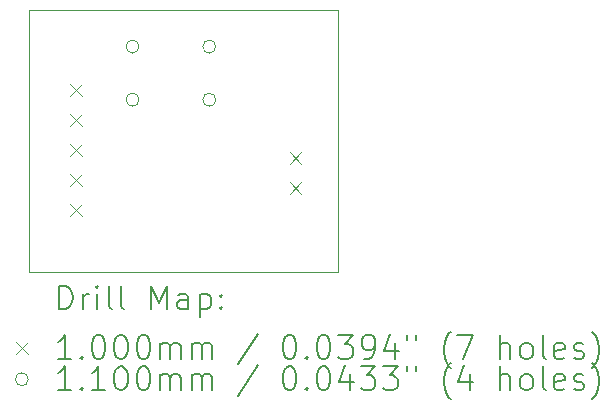
<source format=gbr>
%TF.GenerationSoftware,KiCad,Pcbnew,9.0.3*%
%TF.CreationDate,2025-11-22T12:30:59+05:30*%
%TF.ProjectId,multilayer trial,6d756c74-696c-4617-9965-722074726961,rev?*%
%TF.SameCoordinates,Original*%
%TF.FileFunction,Drillmap*%
%TF.FilePolarity,Positive*%
%FSLAX45Y45*%
G04 Gerber Fmt 4.5, Leading zero omitted, Abs format (unit mm)*
G04 Created by KiCad (PCBNEW 9.0.3) date 2025-11-22 12:30:59*
%MOMM*%
%LPD*%
G01*
G04 APERTURE LIST*
%ADD10C,0.050000*%
%ADD11C,0.200000*%
%ADD12C,0.100000*%
%ADD13C,0.110000*%
G04 APERTURE END LIST*
D10*
X10420000Y-7980000D02*
X13040000Y-7980000D01*
X13040000Y-10200000D01*
X10420000Y-10200000D01*
X10420000Y-7980000D01*
D11*
D12*
X10770000Y-8608000D02*
X10870000Y-8708000D01*
X10870000Y-8608000D02*
X10770000Y-8708000D01*
X10770000Y-8862000D02*
X10870000Y-8962000D01*
X10870000Y-8862000D02*
X10770000Y-8962000D01*
X10770000Y-9116000D02*
X10870000Y-9216000D01*
X10870000Y-9116000D02*
X10770000Y-9216000D01*
X10770000Y-9370000D02*
X10870000Y-9470000D01*
X10870000Y-9370000D02*
X10770000Y-9470000D01*
X10770000Y-9624000D02*
X10870000Y-9724000D01*
X10870000Y-9624000D02*
X10770000Y-9724000D01*
X12630000Y-9182500D02*
X12730000Y-9282500D01*
X12730000Y-9182500D02*
X12630000Y-9282500D01*
X12630000Y-9436500D02*
X12730000Y-9536500D01*
X12730000Y-9436500D02*
X12630000Y-9536500D01*
D13*
X11355000Y-8290000D02*
G75*
G02*
X11245000Y-8290000I-55000J0D01*
G01*
X11245000Y-8290000D02*
G75*
G02*
X11355000Y-8290000I55000J0D01*
G01*
X11355000Y-8740000D02*
G75*
G02*
X11245000Y-8740000I-55000J0D01*
G01*
X11245000Y-8740000D02*
G75*
G02*
X11355000Y-8740000I55000J0D01*
G01*
X12005000Y-8290000D02*
G75*
G02*
X11895000Y-8290000I-55000J0D01*
G01*
X11895000Y-8290000D02*
G75*
G02*
X12005000Y-8290000I55000J0D01*
G01*
X12005000Y-8740000D02*
G75*
G02*
X11895000Y-8740000I-55000J0D01*
G01*
X11895000Y-8740000D02*
G75*
G02*
X12005000Y-8740000I55000J0D01*
G01*
D11*
X10678277Y-10513984D02*
X10678277Y-10313984D01*
X10678277Y-10313984D02*
X10725896Y-10313984D01*
X10725896Y-10313984D02*
X10754467Y-10323508D01*
X10754467Y-10323508D02*
X10773515Y-10342555D01*
X10773515Y-10342555D02*
X10783039Y-10361603D01*
X10783039Y-10361603D02*
X10792563Y-10399698D01*
X10792563Y-10399698D02*
X10792563Y-10428270D01*
X10792563Y-10428270D02*
X10783039Y-10466365D01*
X10783039Y-10466365D02*
X10773515Y-10485412D01*
X10773515Y-10485412D02*
X10754467Y-10504460D01*
X10754467Y-10504460D02*
X10725896Y-10513984D01*
X10725896Y-10513984D02*
X10678277Y-10513984D01*
X10878277Y-10513984D02*
X10878277Y-10380650D01*
X10878277Y-10418746D02*
X10887801Y-10399698D01*
X10887801Y-10399698D02*
X10897324Y-10390174D01*
X10897324Y-10390174D02*
X10916372Y-10380650D01*
X10916372Y-10380650D02*
X10935420Y-10380650D01*
X11002086Y-10513984D02*
X11002086Y-10380650D01*
X11002086Y-10313984D02*
X10992563Y-10323508D01*
X10992563Y-10323508D02*
X11002086Y-10333031D01*
X11002086Y-10333031D02*
X11011610Y-10323508D01*
X11011610Y-10323508D02*
X11002086Y-10313984D01*
X11002086Y-10313984D02*
X11002086Y-10333031D01*
X11125896Y-10513984D02*
X11106848Y-10504460D01*
X11106848Y-10504460D02*
X11097324Y-10485412D01*
X11097324Y-10485412D02*
X11097324Y-10313984D01*
X11230658Y-10513984D02*
X11211610Y-10504460D01*
X11211610Y-10504460D02*
X11202086Y-10485412D01*
X11202086Y-10485412D02*
X11202086Y-10313984D01*
X11459229Y-10513984D02*
X11459229Y-10313984D01*
X11459229Y-10313984D02*
X11525896Y-10456841D01*
X11525896Y-10456841D02*
X11592562Y-10313984D01*
X11592562Y-10313984D02*
X11592562Y-10513984D01*
X11773515Y-10513984D02*
X11773515Y-10409222D01*
X11773515Y-10409222D02*
X11763991Y-10390174D01*
X11763991Y-10390174D02*
X11744943Y-10380650D01*
X11744943Y-10380650D02*
X11706848Y-10380650D01*
X11706848Y-10380650D02*
X11687801Y-10390174D01*
X11773515Y-10504460D02*
X11754467Y-10513984D01*
X11754467Y-10513984D02*
X11706848Y-10513984D01*
X11706848Y-10513984D02*
X11687801Y-10504460D01*
X11687801Y-10504460D02*
X11678277Y-10485412D01*
X11678277Y-10485412D02*
X11678277Y-10466365D01*
X11678277Y-10466365D02*
X11687801Y-10447317D01*
X11687801Y-10447317D02*
X11706848Y-10437793D01*
X11706848Y-10437793D02*
X11754467Y-10437793D01*
X11754467Y-10437793D02*
X11773515Y-10428270D01*
X11868753Y-10380650D02*
X11868753Y-10580650D01*
X11868753Y-10390174D02*
X11887801Y-10380650D01*
X11887801Y-10380650D02*
X11925896Y-10380650D01*
X11925896Y-10380650D02*
X11944943Y-10390174D01*
X11944943Y-10390174D02*
X11954467Y-10399698D01*
X11954467Y-10399698D02*
X11963991Y-10418746D01*
X11963991Y-10418746D02*
X11963991Y-10475889D01*
X11963991Y-10475889D02*
X11954467Y-10494936D01*
X11954467Y-10494936D02*
X11944943Y-10504460D01*
X11944943Y-10504460D02*
X11925896Y-10513984D01*
X11925896Y-10513984D02*
X11887801Y-10513984D01*
X11887801Y-10513984D02*
X11868753Y-10504460D01*
X12049705Y-10494936D02*
X12059229Y-10504460D01*
X12059229Y-10504460D02*
X12049705Y-10513984D01*
X12049705Y-10513984D02*
X12040182Y-10504460D01*
X12040182Y-10504460D02*
X12049705Y-10494936D01*
X12049705Y-10494936D02*
X12049705Y-10513984D01*
X12049705Y-10390174D02*
X12059229Y-10399698D01*
X12059229Y-10399698D02*
X12049705Y-10409222D01*
X12049705Y-10409222D02*
X12040182Y-10399698D01*
X12040182Y-10399698D02*
X12049705Y-10390174D01*
X12049705Y-10390174D02*
X12049705Y-10409222D01*
D12*
X10317500Y-10792500D02*
X10417500Y-10892500D01*
X10417500Y-10792500D02*
X10317500Y-10892500D01*
D11*
X10783039Y-10933984D02*
X10668753Y-10933984D01*
X10725896Y-10933984D02*
X10725896Y-10733984D01*
X10725896Y-10733984D02*
X10706848Y-10762555D01*
X10706848Y-10762555D02*
X10687801Y-10781603D01*
X10687801Y-10781603D02*
X10668753Y-10791127D01*
X10868753Y-10914936D02*
X10878277Y-10924460D01*
X10878277Y-10924460D02*
X10868753Y-10933984D01*
X10868753Y-10933984D02*
X10859229Y-10924460D01*
X10859229Y-10924460D02*
X10868753Y-10914936D01*
X10868753Y-10914936D02*
X10868753Y-10933984D01*
X11002086Y-10733984D02*
X11021134Y-10733984D01*
X11021134Y-10733984D02*
X11040182Y-10743508D01*
X11040182Y-10743508D02*
X11049705Y-10753031D01*
X11049705Y-10753031D02*
X11059229Y-10772079D01*
X11059229Y-10772079D02*
X11068753Y-10810174D01*
X11068753Y-10810174D02*
X11068753Y-10857793D01*
X11068753Y-10857793D02*
X11059229Y-10895889D01*
X11059229Y-10895889D02*
X11049705Y-10914936D01*
X11049705Y-10914936D02*
X11040182Y-10924460D01*
X11040182Y-10924460D02*
X11021134Y-10933984D01*
X11021134Y-10933984D02*
X11002086Y-10933984D01*
X11002086Y-10933984D02*
X10983039Y-10924460D01*
X10983039Y-10924460D02*
X10973515Y-10914936D01*
X10973515Y-10914936D02*
X10963991Y-10895889D01*
X10963991Y-10895889D02*
X10954467Y-10857793D01*
X10954467Y-10857793D02*
X10954467Y-10810174D01*
X10954467Y-10810174D02*
X10963991Y-10772079D01*
X10963991Y-10772079D02*
X10973515Y-10753031D01*
X10973515Y-10753031D02*
X10983039Y-10743508D01*
X10983039Y-10743508D02*
X11002086Y-10733984D01*
X11192562Y-10733984D02*
X11211610Y-10733984D01*
X11211610Y-10733984D02*
X11230658Y-10743508D01*
X11230658Y-10743508D02*
X11240182Y-10753031D01*
X11240182Y-10753031D02*
X11249705Y-10772079D01*
X11249705Y-10772079D02*
X11259229Y-10810174D01*
X11259229Y-10810174D02*
X11259229Y-10857793D01*
X11259229Y-10857793D02*
X11249705Y-10895889D01*
X11249705Y-10895889D02*
X11240182Y-10914936D01*
X11240182Y-10914936D02*
X11230658Y-10924460D01*
X11230658Y-10924460D02*
X11211610Y-10933984D01*
X11211610Y-10933984D02*
X11192562Y-10933984D01*
X11192562Y-10933984D02*
X11173515Y-10924460D01*
X11173515Y-10924460D02*
X11163991Y-10914936D01*
X11163991Y-10914936D02*
X11154467Y-10895889D01*
X11154467Y-10895889D02*
X11144944Y-10857793D01*
X11144944Y-10857793D02*
X11144944Y-10810174D01*
X11144944Y-10810174D02*
X11154467Y-10772079D01*
X11154467Y-10772079D02*
X11163991Y-10753031D01*
X11163991Y-10753031D02*
X11173515Y-10743508D01*
X11173515Y-10743508D02*
X11192562Y-10733984D01*
X11383039Y-10733984D02*
X11402086Y-10733984D01*
X11402086Y-10733984D02*
X11421134Y-10743508D01*
X11421134Y-10743508D02*
X11430658Y-10753031D01*
X11430658Y-10753031D02*
X11440182Y-10772079D01*
X11440182Y-10772079D02*
X11449705Y-10810174D01*
X11449705Y-10810174D02*
X11449705Y-10857793D01*
X11449705Y-10857793D02*
X11440182Y-10895889D01*
X11440182Y-10895889D02*
X11430658Y-10914936D01*
X11430658Y-10914936D02*
X11421134Y-10924460D01*
X11421134Y-10924460D02*
X11402086Y-10933984D01*
X11402086Y-10933984D02*
X11383039Y-10933984D01*
X11383039Y-10933984D02*
X11363991Y-10924460D01*
X11363991Y-10924460D02*
X11354467Y-10914936D01*
X11354467Y-10914936D02*
X11344943Y-10895889D01*
X11344943Y-10895889D02*
X11335420Y-10857793D01*
X11335420Y-10857793D02*
X11335420Y-10810174D01*
X11335420Y-10810174D02*
X11344943Y-10772079D01*
X11344943Y-10772079D02*
X11354467Y-10753031D01*
X11354467Y-10753031D02*
X11363991Y-10743508D01*
X11363991Y-10743508D02*
X11383039Y-10733984D01*
X11535420Y-10933984D02*
X11535420Y-10800650D01*
X11535420Y-10819698D02*
X11544943Y-10810174D01*
X11544943Y-10810174D02*
X11563991Y-10800650D01*
X11563991Y-10800650D02*
X11592563Y-10800650D01*
X11592563Y-10800650D02*
X11611610Y-10810174D01*
X11611610Y-10810174D02*
X11621134Y-10829222D01*
X11621134Y-10829222D02*
X11621134Y-10933984D01*
X11621134Y-10829222D02*
X11630658Y-10810174D01*
X11630658Y-10810174D02*
X11649705Y-10800650D01*
X11649705Y-10800650D02*
X11678277Y-10800650D01*
X11678277Y-10800650D02*
X11697324Y-10810174D01*
X11697324Y-10810174D02*
X11706848Y-10829222D01*
X11706848Y-10829222D02*
X11706848Y-10933984D01*
X11802086Y-10933984D02*
X11802086Y-10800650D01*
X11802086Y-10819698D02*
X11811610Y-10810174D01*
X11811610Y-10810174D02*
X11830658Y-10800650D01*
X11830658Y-10800650D02*
X11859229Y-10800650D01*
X11859229Y-10800650D02*
X11878277Y-10810174D01*
X11878277Y-10810174D02*
X11887801Y-10829222D01*
X11887801Y-10829222D02*
X11887801Y-10933984D01*
X11887801Y-10829222D02*
X11897324Y-10810174D01*
X11897324Y-10810174D02*
X11916372Y-10800650D01*
X11916372Y-10800650D02*
X11944943Y-10800650D01*
X11944943Y-10800650D02*
X11963991Y-10810174D01*
X11963991Y-10810174D02*
X11973515Y-10829222D01*
X11973515Y-10829222D02*
X11973515Y-10933984D01*
X12363991Y-10724460D02*
X12192563Y-10981603D01*
X12621134Y-10733984D02*
X12640182Y-10733984D01*
X12640182Y-10733984D02*
X12659229Y-10743508D01*
X12659229Y-10743508D02*
X12668753Y-10753031D01*
X12668753Y-10753031D02*
X12678277Y-10772079D01*
X12678277Y-10772079D02*
X12687801Y-10810174D01*
X12687801Y-10810174D02*
X12687801Y-10857793D01*
X12687801Y-10857793D02*
X12678277Y-10895889D01*
X12678277Y-10895889D02*
X12668753Y-10914936D01*
X12668753Y-10914936D02*
X12659229Y-10924460D01*
X12659229Y-10924460D02*
X12640182Y-10933984D01*
X12640182Y-10933984D02*
X12621134Y-10933984D01*
X12621134Y-10933984D02*
X12602086Y-10924460D01*
X12602086Y-10924460D02*
X12592563Y-10914936D01*
X12592563Y-10914936D02*
X12583039Y-10895889D01*
X12583039Y-10895889D02*
X12573515Y-10857793D01*
X12573515Y-10857793D02*
X12573515Y-10810174D01*
X12573515Y-10810174D02*
X12583039Y-10772079D01*
X12583039Y-10772079D02*
X12592563Y-10753031D01*
X12592563Y-10753031D02*
X12602086Y-10743508D01*
X12602086Y-10743508D02*
X12621134Y-10733984D01*
X12773515Y-10914936D02*
X12783039Y-10924460D01*
X12783039Y-10924460D02*
X12773515Y-10933984D01*
X12773515Y-10933984D02*
X12763991Y-10924460D01*
X12763991Y-10924460D02*
X12773515Y-10914936D01*
X12773515Y-10914936D02*
X12773515Y-10933984D01*
X12906848Y-10733984D02*
X12925896Y-10733984D01*
X12925896Y-10733984D02*
X12944944Y-10743508D01*
X12944944Y-10743508D02*
X12954467Y-10753031D01*
X12954467Y-10753031D02*
X12963991Y-10772079D01*
X12963991Y-10772079D02*
X12973515Y-10810174D01*
X12973515Y-10810174D02*
X12973515Y-10857793D01*
X12973515Y-10857793D02*
X12963991Y-10895889D01*
X12963991Y-10895889D02*
X12954467Y-10914936D01*
X12954467Y-10914936D02*
X12944944Y-10924460D01*
X12944944Y-10924460D02*
X12925896Y-10933984D01*
X12925896Y-10933984D02*
X12906848Y-10933984D01*
X12906848Y-10933984D02*
X12887801Y-10924460D01*
X12887801Y-10924460D02*
X12878277Y-10914936D01*
X12878277Y-10914936D02*
X12868753Y-10895889D01*
X12868753Y-10895889D02*
X12859229Y-10857793D01*
X12859229Y-10857793D02*
X12859229Y-10810174D01*
X12859229Y-10810174D02*
X12868753Y-10772079D01*
X12868753Y-10772079D02*
X12878277Y-10753031D01*
X12878277Y-10753031D02*
X12887801Y-10743508D01*
X12887801Y-10743508D02*
X12906848Y-10733984D01*
X13040182Y-10733984D02*
X13163991Y-10733984D01*
X13163991Y-10733984D02*
X13097325Y-10810174D01*
X13097325Y-10810174D02*
X13125896Y-10810174D01*
X13125896Y-10810174D02*
X13144944Y-10819698D01*
X13144944Y-10819698D02*
X13154467Y-10829222D01*
X13154467Y-10829222D02*
X13163991Y-10848270D01*
X13163991Y-10848270D02*
X13163991Y-10895889D01*
X13163991Y-10895889D02*
X13154467Y-10914936D01*
X13154467Y-10914936D02*
X13144944Y-10924460D01*
X13144944Y-10924460D02*
X13125896Y-10933984D01*
X13125896Y-10933984D02*
X13068753Y-10933984D01*
X13068753Y-10933984D02*
X13049706Y-10924460D01*
X13049706Y-10924460D02*
X13040182Y-10914936D01*
X13259229Y-10933984D02*
X13297325Y-10933984D01*
X13297325Y-10933984D02*
X13316372Y-10924460D01*
X13316372Y-10924460D02*
X13325896Y-10914936D01*
X13325896Y-10914936D02*
X13344944Y-10886365D01*
X13344944Y-10886365D02*
X13354467Y-10848270D01*
X13354467Y-10848270D02*
X13354467Y-10772079D01*
X13354467Y-10772079D02*
X13344944Y-10753031D01*
X13344944Y-10753031D02*
X13335420Y-10743508D01*
X13335420Y-10743508D02*
X13316372Y-10733984D01*
X13316372Y-10733984D02*
X13278277Y-10733984D01*
X13278277Y-10733984D02*
X13259229Y-10743508D01*
X13259229Y-10743508D02*
X13249706Y-10753031D01*
X13249706Y-10753031D02*
X13240182Y-10772079D01*
X13240182Y-10772079D02*
X13240182Y-10819698D01*
X13240182Y-10819698D02*
X13249706Y-10838746D01*
X13249706Y-10838746D02*
X13259229Y-10848270D01*
X13259229Y-10848270D02*
X13278277Y-10857793D01*
X13278277Y-10857793D02*
X13316372Y-10857793D01*
X13316372Y-10857793D02*
X13335420Y-10848270D01*
X13335420Y-10848270D02*
X13344944Y-10838746D01*
X13344944Y-10838746D02*
X13354467Y-10819698D01*
X13525896Y-10800650D02*
X13525896Y-10933984D01*
X13478277Y-10724460D02*
X13430658Y-10867317D01*
X13430658Y-10867317D02*
X13554467Y-10867317D01*
X13621134Y-10733984D02*
X13621134Y-10772079D01*
X13697325Y-10733984D02*
X13697325Y-10772079D01*
X13992563Y-11010174D02*
X13983039Y-11000650D01*
X13983039Y-11000650D02*
X13963991Y-10972079D01*
X13963991Y-10972079D02*
X13954468Y-10953031D01*
X13954468Y-10953031D02*
X13944944Y-10924460D01*
X13944944Y-10924460D02*
X13935420Y-10876841D01*
X13935420Y-10876841D02*
X13935420Y-10838746D01*
X13935420Y-10838746D02*
X13944944Y-10791127D01*
X13944944Y-10791127D02*
X13954468Y-10762555D01*
X13954468Y-10762555D02*
X13963991Y-10743508D01*
X13963991Y-10743508D02*
X13983039Y-10714936D01*
X13983039Y-10714936D02*
X13992563Y-10705412D01*
X14049706Y-10733984D02*
X14183039Y-10733984D01*
X14183039Y-10733984D02*
X14097325Y-10933984D01*
X14411610Y-10933984D02*
X14411610Y-10733984D01*
X14497325Y-10933984D02*
X14497325Y-10829222D01*
X14497325Y-10829222D02*
X14487801Y-10810174D01*
X14487801Y-10810174D02*
X14468753Y-10800650D01*
X14468753Y-10800650D02*
X14440182Y-10800650D01*
X14440182Y-10800650D02*
X14421134Y-10810174D01*
X14421134Y-10810174D02*
X14411610Y-10819698D01*
X14621134Y-10933984D02*
X14602087Y-10924460D01*
X14602087Y-10924460D02*
X14592563Y-10914936D01*
X14592563Y-10914936D02*
X14583039Y-10895889D01*
X14583039Y-10895889D02*
X14583039Y-10838746D01*
X14583039Y-10838746D02*
X14592563Y-10819698D01*
X14592563Y-10819698D02*
X14602087Y-10810174D01*
X14602087Y-10810174D02*
X14621134Y-10800650D01*
X14621134Y-10800650D02*
X14649706Y-10800650D01*
X14649706Y-10800650D02*
X14668753Y-10810174D01*
X14668753Y-10810174D02*
X14678277Y-10819698D01*
X14678277Y-10819698D02*
X14687801Y-10838746D01*
X14687801Y-10838746D02*
X14687801Y-10895889D01*
X14687801Y-10895889D02*
X14678277Y-10914936D01*
X14678277Y-10914936D02*
X14668753Y-10924460D01*
X14668753Y-10924460D02*
X14649706Y-10933984D01*
X14649706Y-10933984D02*
X14621134Y-10933984D01*
X14802087Y-10933984D02*
X14783039Y-10924460D01*
X14783039Y-10924460D02*
X14773515Y-10905412D01*
X14773515Y-10905412D02*
X14773515Y-10733984D01*
X14954468Y-10924460D02*
X14935420Y-10933984D01*
X14935420Y-10933984D02*
X14897325Y-10933984D01*
X14897325Y-10933984D02*
X14878277Y-10924460D01*
X14878277Y-10924460D02*
X14868753Y-10905412D01*
X14868753Y-10905412D02*
X14868753Y-10829222D01*
X14868753Y-10829222D02*
X14878277Y-10810174D01*
X14878277Y-10810174D02*
X14897325Y-10800650D01*
X14897325Y-10800650D02*
X14935420Y-10800650D01*
X14935420Y-10800650D02*
X14954468Y-10810174D01*
X14954468Y-10810174D02*
X14963991Y-10829222D01*
X14963991Y-10829222D02*
X14963991Y-10848270D01*
X14963991Y-10848270D02*
X14868753Y-10867317D01*
X15040182Y-10924460D02*
X15059230Y-10933984D01*
X15059230Y-10933984D02*
X15097325Y-10933984D01*
X15097325Y-10933984D02*
X15116372Y-10924460D01*
X15116372Y-10924460D02*
X15125896Y-10905412D01*
X15125896Y-10905412D02*
X15125896Y-10895889D01*
X15125896Y-10895889D02*
X15116372Y-10876841D01*
X15116372Y-10876841D02*
X15097325Y-10867317D01*
X15097325Y-10867317D02*
X15068753Y-10867317D01*
X15068753Y-10867317D02*
X15049706Y-10857793D01*
X15049706Y-10857793D02*
X15040182Y-10838746D01*
X15040182Y-10838746D02*
X15040182Y-10829222D01*
X15040182Y-10829222D02*
X15049706Y-10810174D01*
X15049706Y-10810174D02*
X15068753Y-10800650D01*
X15068753Y-10800650D02*
X15097325Y-10800650D01*
X15097325Y-10800650D02*
X15116372Y-10810174D01*
X15192563Y-11010174D02*
X15202087Y-11000650D01*
X15202087Y-11000650D02*
X15221134Y-10972079D01*
X15221134Y-10972079D02*
X15230658Y-10953031D01*
X15230658Y-10953031D02*
X15240182Y-10924460D01*
X15240182Y-10924460D02*
X15249706Y-10876841D01*
X15249706Y-10876841D02*
X15249706Y-10838746D01*
X15249706Y-10838746D02*
X15240182Y-10791127D01*
X15240182Y-10791127D02*
X15230658Y-10762555D01*
X15230658Y-10762555D02*
X15221134Y-10743508D01*
X15221134Y-10743508D02*
X15202087Y-10714936D01*
X15202087Y-10714936D02*
X15192563Y-10705412D01*
D13*
X10417500Y-11106500D02*
G75*
G02*
X10307500Y-11106500I-55000J0D01*
G01*
X10307500Y-11106500D02*
G75*
G02*
X10417500Y-11106500I55000J0D01*
G01*
D11*
X10783039Y-11197984D02*
X10668753Y-11197984D01*
X10725896Y-11197984D02*
X10725896Y-10997984D01*
X10725896Y-10997984D02*
X10706848Y-11026555D01*
X10706848Y-11026555D02*
X10687801Y-11045603D01*
X10687801Y-11045603D02*
X10668753Y-11055127D01*
X10868753Y-11178936D02*
X10878277Y-11188460D01*
X10878277Y-11188460D02*
X10868753Y-11197984D01*
X10868753Y-11197984D02*
X10859229Y-11188460D01*
X10859229Y-11188460D02*
X10868753Y-11178936D01*
X10868753Y-11178936D02*
X10868753Y-11197984D01*
X11068753Y-11197984D02*
X10954467Y-11197984D01*
X11011610Y-11197984D02*
X11011610Y-10997984D01*
X11011610Y-10997984D02*
X10992563Y-11026555D01*
X10992563Y-11026555D02*
X10973515Y-11045603D01*
X10973515Y-11045603D02*
X10954467Y-11055127D01*
X11192562Y-10997984D02*
X11211610Y-10997984D01*
X11211610Y-10997984D02*
X11230658Y-11007508D01*
X11230658Y-11007508D02*
X11240182Y-11017031D01*
X11240182Y-11017031D02*
X11249705Y-11036079D01*
X11249705Y-11036079D02*
X11259229Y-11074174D01*
X11259229Y-11074174D02*
X11259229Y-11121793D01*
X11259229Y-11121793D02*
X11249705Y-11159889D01*
X11249705Y-11159889D02*
X11240182Y-11178936D01*
X11240182Y-11178936D02*
X11230658Y-11188460D01*
X11230658Y-11188460D02*
X11211610Y-11197984D01*
X11211610Y-11197984D02*
X11192562Y-11197984D01*
X11192562Y-11197984D02*
X11173515Y-11188460D01*
X11173515Y-11188460D02*
X11163991Y-11178936D01*
X11163991Y-11178936D02*
X11154467Y-11159889D01*
X11154467Y-11159889D02*
X11144944Y-11121793D01*
X11144944Y-11121793D02*
X11144944Y-11074174D01*
X11144944Y-11074174D02*
X11154467Y-11036079D01*
X11154467Y-11036079D02*
X11163991Y-11017031D01*
X11163991Y-11017031D02*
X11173515Y-11007508D01*
X11173515Y-11007508D02*
X11192562Y-10997984D01*
X11383039Y-10997984D02*
X11402086Y-10997984D01*
X11402086Y-10997984D02*
X11421134Y-11007508D01*
X11421134Y-11007508D02*
X11430658Y-11017031D01*
X11430658Y-11017031D02*
X11440182Y-11036079D01*
X11440182Y-11036079D02*
X11449705Y-11074174D01*
X11449705Y-11074174D02*
X11449705Y-11121793D01*
X11449705Y-11121793D02*
X11440182Y-11159889D01*
X11440182Y-11159889D02*
X11430658Y-11178936D01*
X11430658Y-11178936D02*
X11421134Y-11188460D01*
X11421134Y-11188460D02*
X11402086Y-11197984D01*
X11402086Y-11197984D02*
X11383039Y-11197984D01*
X11383039Y-11197984D02*
X11363991Y-11188460D01*
X11363991Y-11188460D02*
X11354467Y-11178936D01*
X11354467Y-11178936D02*
X11344943Y-11159889D01*
X11344943Y-11159889D02*
X11335420Y-11121793D01*
X11335420Y-11121793D02*
X11335420Y-11074174D01*
X11335420Y-11074174D02*
X11344943Y-11036079D01*
X11344943Y-11036079D02*
X11354467Y-11017031D01*
X11354467Y-11017031D02*
X11363991Y-11007508D01*
X11363991Y-11007508D02*
X11383039Y-10997984D01*
X11535420Y-11197984D02*
X11535420Y-11064650D01*
X11535420Y-11083698D02*
X11544943Y-11074174D01*
X11544943Y-11074174D02*
X11563991Y-11064650D01*
X11563991Y-11064650D02*
X11592563Y-11064650D01*
X11592563Y-11064650D02*
X11611610Y-11074174D01*
X11611610Y-11074174D02*
X11621134Y-11093222D01*
X11621134Y-11093222D02*
X11621134Y-11197984D01*
X11621134Y-11093222D02*
X11630658Y-11074174D01*
X11630658Y-11074174D02*
X11649705Y-11064650D01*
X11649705Y-11064650D02*
X11678277Y-11064650D01*
X11678277Y-11064650D02*
X11697324Y-11074174D01*
X11697324Y-11074174D02*
X11706848Y-11093222D01*
X11706848Y-11093222D02*
X11706848Y-11197984D01*
X11802086Y-11197984D02*
X11802086Y-11064650D01*
X11802086Y-11083698D02*
X11811610Y-11074174D01*
X11811610Y-11074174D02*
X11830658Y-11064650D01*
X11830658Y-11064650D02*
X11859229Y-11064650D01*
X11859229Y-11064650D02*
X11878277Y-11074174D01*
X11878277Y-11074174D02*
X11887801Y-11093222D01*
X11887801Y-11093222D02*
X11887801Y-11197984D01*
X11887801Y-11093222D02*
X11897324Y-11074174D01*
X11897324Y-11074174D02*
X11916372Y-11064650D01*
X11916372Y-11064650D02*
X11944943Y-11064650D01*
X11944943Y-11064650D02*
X11963991Y-11074174D01*
X11963991Y-11074174D02*
X11973515Y-11093222D01*
X11973515Y-11093222D02*
X11973515Y-11197984D01*
X12363991Y-10988460D02*
X12192563Y-11245603D01*
X12621134Y-10997984D02*
X12640182Y-10997984D01*
X12640182Y-10997984D02*
X12659229Y-11007508D01*
X12659229Y-11007508D02*
X12668753Y-11017031D01*
X12668753Y-11017031D02*
X12678277Y-11036079D01*
X12678277Y-11036079D02*
X12687801Y-11074174D01*
X12687801Y-11074174D02*
X12687801Y-11121793D01*
X12687801Y-11121793D02*
X12678277Y-11159889D01*
X12678277Y-11159889D02*
X12668753Y-11178936D01*
X12668753Y-11178936D02*
X12659229Y-11188460D01*
X12659229Y-11188460D02*
X12640182Y-11197984D01*
X12640182Y-11197984D02*
X12621134Y-11197984D01*
X12621134Y-11197984D02*
X12602086Y-11188460D01*
X12602086Y-11188460D02*
X12592563Y-11178936D01*
X12592563Y-11178936D02*
X12583039Y-11159889D01*
X12583039Y-11159889D02*
X12573515Y-11121793D01*
X12573515Y-11121793D02*
X12573515Y-11074174D01*
X12573515Y-11074174D02*
X12583039Y-11036079D01*
X12583039Y-11036079D02*
X12592563Y-11017031D01*
X12592563Y-11017031D02*
X12602086Y-11007508D01*
X12602086Y-11007508D02*
X12621134Y-10997984D01*
X12773515Y-11178936D02*
X12783039Y-11188460D01*
X12783039Y-11188460D02*
X12773515Y-11197984D01*
X12773515Y-11197984D02*
X12763991Y-11188460D01*
X12763991Y-11188460D02*
X12773515Y-11178936D01*
X12773515Y-11178936D02*
X12773515Y-11197984D01*
X12906848Y-10997984D02*
X12925896Y-10997984D01*
X12925896Y-10997984D02*
X12944944Y-11007508D01*
X12944944Y-11007508D02*
X12954467Y-11017031D01*
X12954467Y-11017031D02*
X12963991Y-11036079D01*
X12963991Y-11036079D02*
X12973515Y-11074174D01*
X12973515Y-11074174D02*
X12973515Y-11121793D01*
X12973515Y-11121793D02*
X12963991Y-11159889D01*
X12963991Y-11159889D02*
X12954467Y-11178936D01*
X12954467Y-11178936D02*
X12944944Y-11188460D01*
X12944944Y-11188460D02*
X12925896Y-11197984D01*
X12925896Y-11197984D02*
X12906848Y-11197984D01*
X12906848Y-11197984D02*
X12887801Y-11188460D01*
X12887801Y-11188460D02*
X12878277Y-11178936D01*
X12878277Y-11178936D02*
X12868753Y-11159889D01*
X12868753Y-11159889D02*
X12859229Y-11121793D01*
X12859229Y-11121793D02*
X12859229Y-11074174D01*
X12859229Y-11074174D02*
X12868753Y-11036079D01*
X12868753Y-11036079D02*
X12878277Y-11017031D01*
X12878277Y-11017031D02*
X12887801Y-11007508D01*
X12887801Y-11007508D02*
X12906848Y-10997984D01*
X13144944Y-11064650D02*
X13144944Y-11197984D01*
X13097325Y-10988460D02*
X13049706Y-11131317D01*
X13049706Y-11131317D02*
X13173515Y-11131317D01*
X13230658Y-10997984D02*
X13354467Y-10997984D01*
X13354467Y-10997984D02*
X13287801Y-11074174D01*
X13287801Y-11074174D02*
X13316372Y-11074174D01*
X13316372Y-11074174D02*
X13335420Y-11083698D01*
X13335420Y-11083698D02*
X13344944Y-11093222D01*
X13344944Y-11093222D02*
X13354467Y-11112270D01*
X13354467Y-11112270D02*
X13354467Y-11159889D01*
X13354467Y-11159889D02*
X13344944Y-11178936D01*
X13344944Y-11178936D02*
X13335420Y-11188460D01*
X13335420Y-11188460D02*
X13316372Y-11197984D01*
X13316372Y-11197984D02*
X13259229Y-11197984D01*
X13259229Y-11197984D02*
X13240182Y-11188460D01*
X13240182Y-11188460D02*
X13230658Y-11178936D01*
X13421134Y-10997984D02*
X13544944Y-10997984D01*
X13544944Y-10997984D02*
X13478277Y-11074174D01*
X13478277Y-11074174D02*
X13506848Y-11074174D01*
X13506848Y-11074174D02*
X13525896Y-11083698D01*
X13525896Y-11083698D02*
X13535420Y-11093222D01*
X13535420Y-11093222D02*
X13544944Y-11112270D01*
X13544944Y-11112270D02*
X13544944Y-11159889D01*
X13544944Y-11159889D02*
X13535420Y-11178936D01*
X13535420Y-11178936D02*
X13525896Y-11188460D01*
X13525896Y-11188460D02*
X13506848Y-11197984D01*
X13506848Y-11197984D02*
X13449706Y-11197984D01*
X13449706Y-11197984D02*
X13430658Y-11188460D01*
X13430658Y-11188460D02*
X13421134Y-11178936D01*
X13621134Y-10997984D02*
X13621134Y-11036079D01*
X13697325Y-10997984D02*
X13697325Y-11036079D01*
X13992563Y-11274174D02*
X13983039Y-11264650D01*
X13983039Y-11264650D02*
X13963991Y-11236079D01*
X13963991Y-11236079D02*
X13954468Y-11217031D01*
X13954468Y-11217031D02*
X13944944Y-11188460D01*
X13944944Y-11188460D02*
X13935420Y-11140841D01*
X13935420Y-11140841D02*
X13935420Y-11102746D01*
X13935420Y-11102746D02*
X13944944Y-11055127D01*
X13944944Y-11055127D02*
X13954468Y-11026555D01*
X13954468Y-11026555D02*
X13963991Y-11007508D01*
X13963991Y-11007508D02*
X13983039Y-10978936D01*
X13983039Y-10978936D02*
X13992563Y-10969412D01*
X14154468Y-11064650D02*
X14154468Y-11197984D01*
X14106848Y-10988460D02*
X14059229Y-11131317D01*
X14059229Y-11131317D02*
X14183039Y-11131317D01*
X14411610Y-11197984D02*
X14411610Y-10997984D01*
X14497325Y-11197984D02*
X14497325Y-11093222D01*
X14497325Y-11093222D02*
X14487801Y-11074174D01*
X14487801Y-11074174D02*
X14468753Y-11064650D01*
X14468753Y-11064650D02*
X14440182Y-11064650D01*
X14440182Y-11064650D02*
X14421134Y-11074174D01*
X14421134Y-11074174D02*
X14411610Y-11083698D01*
X14621134Y-11197984D02*
X14602087Y-11188460D01*
X14602087Y-11188460D02*
X14592563Y-11178936D01*
X14592563Y-11178936D02*
X14583039Y-11159889D01*
X14583039Y-11159889D02*
X14583039Y-11102746D01*
X14583039Y-11102746D02*
X14592563Y-11083698D01*
X14592563Y-11083698D02*
X14602087Y-11074174D01*
X14602087Y-11074174D02*
X14621134Y-11064650D01*
X14621134Y-11064650D02*
X14649706Y-11064650D01*
X14649706Y-11064650D02*
X14668753Y-11074174D01*
X14668753Y-11074174D02*
X14678277Y-11083698D01*
X14678277Y-11083698D02*
X14687801Y-11102746D01*
X14687801Y-11102746D02*
X14687801Y-11159889D01*
X14687801Y-11159889D02*
X14678277Y-11178936D01*
X14678277Y-11178936D02*
X14668753Y-11188460D01*
X14668753Y-11188460D02*
X14649706Y-11197984D01*
X14649706Y-11197984D02*
X14621134Y-11197984D01*
X14802087Y-11197984D02*
X14783039Y-11188460D01*
X14783039Y-11188460D02*
X14773515Y-11169412D01*
X14773515Y-11169412D02*
X14773515Y-10997984D01*
X14954468Y-11188460D02*
X14935420Y-11197984D01*
X14935420Y-11197984D02*
X14897325Y-11197984D01*
X14897325Y-11197984D02*
X14878277Y-11188460D01*
X14878277Y-11188460D02*
X14868753Y-11169412D01*
X14868753Y-11169412D02*
X14868753Y-11093222D01*
X14868753Y-11093222D02*
X14878277Y-11074174D01*
X14878277Y-11074174D02*
X14897325Y-11064650D01*
X14897325Y-11064650D02*
X14935420Y-11064650D01*
X14935420Y-11064650D02*
X14954468Y-11074174D01*
X14954468Y-11074174D02*
X14963991Y-11093222D01*
X14963991Y-11093222D02*
X14963991Y-11112270D01*
X14963991Y-11112270D02*
X14868753Y-11131317D01*
X15040182Y-11188460D02*
X15059230Y-11197984D01*
X15059230Y-11197984D02*
X15097325Y-11197984D01*
X15097325Y-11197984D02*
X15116372Y-11188460D01*
X15116372Y-11188460D02*
X15125896Y-11169412D01*
X15125896Y-11169412D02*
X15125896Y-11159889D01*
X15125896Y-11159889D02*
X15116372Y-11140841D01*
X15116372Y-11140841D02*
X15097325Y-11131317D01*
X15097325Y-11131317D02*
X15068753Y-11131317D01*
X15068753Y-11131317D02*
X15049706Y-11121793D01*
X15049706Y-11121793D02*
X15040182Y-11102746D01*
X15040182Y-11102746D02*
X15040182Y-11093222D01*
X15040182Y-11093222D02*
X15049706Y-11074174D01*
X15049706Y-11074174D02*
X15068753Y-11064650D01*
X15068753Y-11064650D02*
X15097325Y-11064650D01*
X15097325Y-11064650D02*
X15116372Y-11074174D01*
X15192563Y-11274174D02*
X15202087Y-11264650D01*
X15202087Y-11264650D02*
X15221134Y-11236079D01*
X15221134Y-11236079D02*
X15230658Y-11217031D01*
X15230658Y-11217031D02*
X15240182Y-11188460D01*
X15240182Y-11188460D02*
X15249706Y-11140841D01*
X15249706Y-11140841D02*
X15249706Y-11102746D01*
X15249706Y-11102746D02*
X15240182Y-11055127D01*
X15240182Y-11055127D02*
X15230658Y-11026555D01*
X15230658Y-11026555D02*
X15221134Y-11007508D01*
X15221134Y-11007508D02*
X15202087Y-10978936D01*
X15202087Y-10978936D02*
X15192563Y-10969412D01*
M02*

</source>
